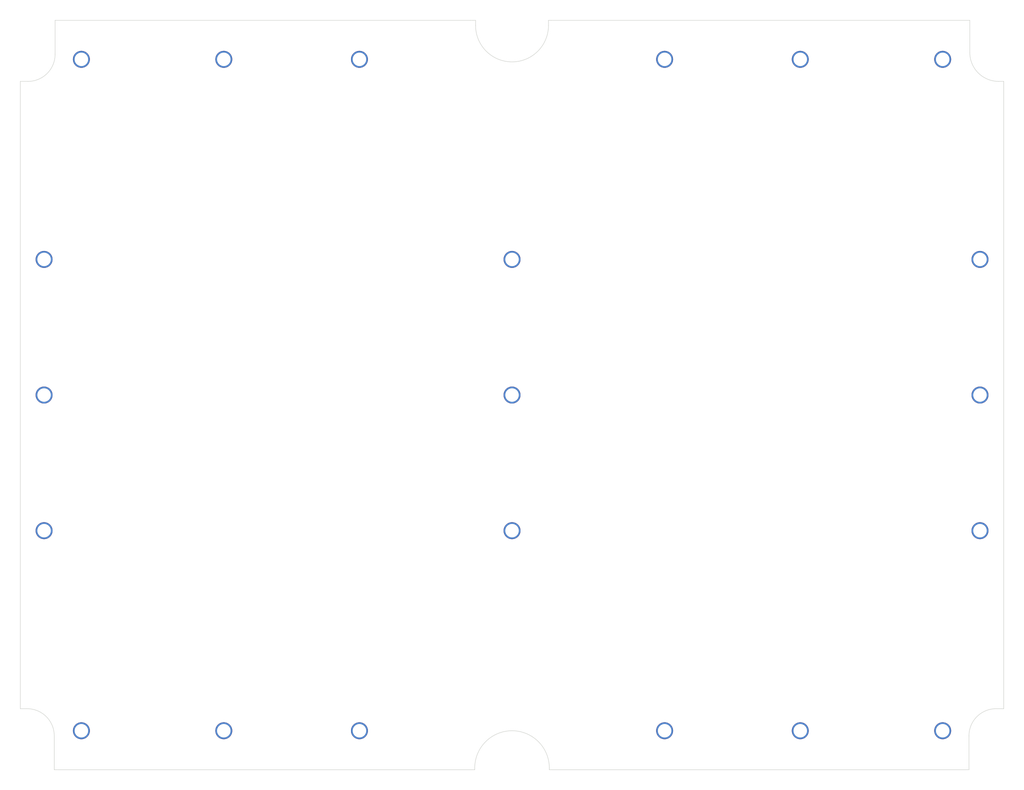
<source format=kicad_pcb>
(kicad_pcb (version 20171130) (host pcbnew 5.0.2+dfsg1-1)

  (general
    (thickness 1.6)
    (drawings 93)
    (tracks 21)
    (zones 0)
    (modules 0)
    (nets 1)
  )

  (page A3)
  (title_block
    (title "Spelsberg 3023 template")
    (rev 1.0)
  )

  (layers
    (0 F.Cu signal)
    (31 B.Cu signal)
    (32 B.Adhes user)
    (33 F.Adhes user)
    (34 B.Paste user)
    (35 F.Paste user)
    (36 B.SilkS user)
    (37 F.SilkS user)
    (38 B.Mask user)
    (39 F.Mask user)
    (40 Dwgs.User user)
    (41 Cmts.User user)
    (42 Eco1.User user)
    (43 Eco2.User user)
    (44 Edge.Cuts user)
    (45 Margin user)
    (46 B.CrtYd user)
    (47 F.CrtYd user)
    (48 B.Fab user)
    (49 F.Fab user)
  )

  (setup
    (last_trace_width 0.25)
    (user_trace_width 0.2)
    (user_trace_width 0.3)
    (user_trace_width 0.4)
    (user_trace_width 0.5)
    (user_trace_width 0.75)
    (user_trace_width 1)
    (user_trace_width 2)
    (user_trace_width 3)
    (trace_clearance 0.2)
    (zone_clearance 0.508)
    (zone_45_only no)
    (trace_min 0.2)
    (segment_width 1)
    (edge_width 0.15)
    (via_size 0.8)
    (via_drill 0.4)
    (via_min_size 0.45)
    (via_min_drill 0.3)
    (user_via 0.45 0.3)
    (user_via 0.6 0.4)
    (user_via 0.75 0.5)
    (user_via 0.9 0.6)
    (user_via 1.2 0.8)
    (user_via 1.5 1)
    (user_via 2.25 1.5)
    (user_via 3 2)
    (uvia_size 0.3)
    (uvia_drill 0.1)
    (uvias_allowed no)
    (uvia_min_size 0.2)
    (uvia_min_drill 0.1)
    (pcb_text_width 0.3)
    (pcb_text_size 1.5 1.5)
    (mod_edge_width 0.15)
    (mod_text_size 1 1)
    (mod_text_width 0.15)
    (pad_size 1.524 1.524)
    (pad_drill 0.762)
    (pad_to_mask_clearance 0.051)
    (solder_mask_min_width 0.25)
    (aux_axis_origin 0 0)
    (visible_elements FFFFFF7F)
    (pcbplotparams
      (layerselection 0x010fc_ffffffff)
      (usegerberextensions false)
      (usegerberattributes false)
      (usegerberadvancedattributes false)
      (creategerberjobfile false)
      (excludeedgelayer true)
      (linewidth 0.100000)
      (plotframeref false)
      (viasonmask false)
      (mode 1)
      (useauxorigin false)
      (hpglpennumber 1)
      (hpglpenspeed 20)
      (hpglpendiameter 15.000000)
      (psnegative false)
      (psa4output false)
      (plotreference true)
      (plotvalue true)
      (plotinvisibletext false)
      (padsonsilk false)
      (subtractmaskfromsilk false)
      (outputformat 1)
      (mirror false)
      (drillshape 1)
      (scaleselection 1)
      (outputdirectory "./"))
  )

  (net 0 "")

  (net_class Default "This is the default net class."
    (clearance 0.2)
    (trace_width 0.25)
    (via_dia 0.8)
    (via_drill 0.4)
    (uvia_dia 0.3)
    (uvia_drill 0.1)
  )

  (gr_line (start 339 39.5) (end 337.5 39.5) (layer Edge.Cuts) (width 0.15))
  (gr_line (start 183.25 21.5) (end 183.25 23) (layer Edge.Cuts) (width 0.15))
  (gr_line (start 204.75 21.5) (end 204.75 23) (layer Edge.Cuts) (width 0.15))
  (gr_line (start 182.5 21.5) (end 183.25 21.5) (layer Edge.Cuts) (width 0.15))
  (gr_line (start 205.5 21.5) (end 204.75 21.5) (layer Edge.Cuts) (width 0.15))
  (gr_line (start 182.5 21.5) (end 181.75 21.5) (layer Edge.Cuts) (width 0.15))
  (gr_line (start 51 224.5) (end 49 224.5) (layer Edge.Cuts) (width 0.15))
  (gr_line (start 60 242.5) (end 59 242.5) (layer Edge.Cuts) (width 0.15))
  (gr_line (start 183 242.5) (end 183 242) (layer Edge.Cuts) (width 0.15))
  (gr_line (start 205 242.5) (end 205 242) (layer Edge.Cuts) (width 0.15))
  (gr_line (start 205.75 242.5) (end 205 242.5) (layer Edge.Cuts) (width 0.15))
  (gr_line (start 340 248) (end 341.5 248) (layer Dwgs.User) (width 1))
  (gr_line (start 341.5 37) (end 337.75 37) (layer Dwgs.User) (width 1))
  (gr_line (start 341.5 16) (end 340 16) (layer Dwgs.User) (width 1))
  (gr_line (start 58 19) (end 56.5 19) (layer Dwgs.User) (width 1))
  (gr_line (start 58.5 245) (end 56.5 245) (layer Dwgs.User) (width 1))
  (gr_line (start 50.25 227) (end 46.5 227) (layer Dwgs.User) (width 1))
  (gr_line (start 203.25 245) (end 204 245) (layer Dwgs.User) (width 1))
  (gr_line (start 184 245) (end 184.5 245) (layer Dwgs.User) (width 1))
  (gr_line (start 185.75 241.75) (end 185.75 244) (layer Dwgs.User) (width 1))
  (gr_line (start 202.25 244) (end 202.25 241.75) (layer Dwgs.User) (width 1))
  (gr_line (start 339 224.5) (end 336.75 224.5) (layer Edge.Cuts) (width 0.15))
  (gr_line (start 51.25 39.5) (end 49 39.5) (layer Edge.Cuts) (width 0.15))
  (gr_line (start 204 19) (end 202.25 19) (layer Dwgs.User) (width 1))
  (gr_line (start 185.75 19) (end 184 19) (layer Dwgs.User) (width 1))
  (gr_line (start 185.75 23.25) (end 185.75 19) (layer Dwgs.User) (width 1))
  (gr_line (start 202.25 23) (end 202.25 19) (layer Dwgs.User) (width 1))
  (gr_line (start 46.5 37) (end 50.25 37) (layer Dwgs.User) (width 1))
  (gr_arc (start 194 23) (end 183.25 23) (angle -180) (layer Edge.Cuts) (width 0.15))
  (gr_line (start 60 242.5) (end 183 242.5) (layer Edge.Cuts) (width 0.15))
  (gr_line (start 59 232.5) (end 59 242.5) (layer Edge.Cuts) (width 0.15))
  (gr_line (start 49 39.5) (end 49 224.5) (layer Edge.Cuts) (width 0.15))
  (gr_line (start 59.25 21.5) (end 59.25 31.5) (layer Edge.Cuts) (width 0.15))
  (gr_line (start 181.75 21.5) (end 59.25 21.5) (layer Edge.Cuts) (width 0.15))
  (gr_line (start 329 21.5) (end 205.5 21.5) (layer Edge.Cuts) (width 0.15))
  (gr_line (start 329 31) (end 329 21.5) (layer Edge.Cuts) (width 0.15))
  (gr_line (start 339 224.5) (end 339 39.5) (layer Edge.Cuts) (width 0.15))
  (gr_line (start 328.75 242.5) (end 328.75 232.5) (layer Edge.Cuts) (width 0.15))
  (gr_line (start 205.75 242.5) (end 328.75 242.5) (layer Edge.Cuts) (width 0.15))
  (gr_arc (start 336.75 232.5) (end 336.75 224.5) (angle -90) (layer Edge.Cuts) (width 0.15))
  (gr_line (start 341.5 37) (end 341.5 38) (layer Dwgs.User) (width 1))
  (gr_arc (start 337.5 31) (end 329 31) (angle -90) (layer Edge.Cuts) (width 0.15))
  (gr_arc (start 51.25 31.5) (end 51.25 39.5) (angle -90) (layer Edge.Cuts) (width 0.15))
  (gr_arc (start 51 232.5) (end 59 232.5) (angle -90) (layer Edge.Cuts) (width 0.15))
  (gr_arc (start 194 242) (end 205 242) (angle -180) (layer Edge.Cuts) (width 0.15))
  (gr_line (start 46.5 227) (end 46.5 37) (layer Dwgs.User) (width 1))
  (gr_line (start 184 245) (end 58.5 245) (layer Dwgs.User) (width 1))
  (gr_line (start 331.5 245) (end 204 245) (layer Dwgs.User) (width 1))
  (gr_line (start 341.5 38) (end 341.5 227) (layer Dwgs.User) (width 1))
  (gr_line (start 204 19) (end 331.5 19) (layer Dwgs.User) (width 1))
  (gr_line (start 58 19) (end 184 19) (layer Dwgs.User) (width 1))
  (gr_line (start 56.5 31) (end 56.5 19) (layer Dwgs.User) (width 1) (tstamp 5C739CDB))
  (gr_arc (start 50.5 31) (end 50.5 37) (angle -90) (layer Dwgs.User) (width 1) (tstamp 5C739CD9))
  (gr_arc (start 337.5 31) (end 337.5 37) (angle 90) (layer Dwgs.User) (width 1) (tstamp 5C739CCE))
  (gr_line (start 331.5 31) (end 331.5 19) (layer Dwgs.User) (width 1) (tstamp 5C739CCC))
  (gr_arc (start 337.5 233) (end 337.5 227) (angle -90) (layer Dwgs.User) (width 1) (tstamp 5C739CA7))
  (gr_line (start 331.5 233) (end 331.5 245) (layer Dwgs.User) (width 1) (tstamp 5C739CA5))
  (gr_line (start 341.5 227) (end 337.5 227) (layer Dwgs.User) (width 1) (tstamp 5C739CA4))
  (gr_line (start 56.5 233) (end 56.5 245) (layer Dwgs.User) (width 1))
  (gr_arc (start 184.75 244) (end 184.75 245) (angle -90) (layer Dwgs.User) (width 1) (tstamp 5C739C6A))
  (gr_arc (start 194 241.75) (end 202.25 241.75) (angle -180) (layer Dwgs.User) (width 1) (tstamp 5C739C68))
  (gr_arc (start 203.25 244) (end 202.25 244) (angle -90) (layer Dwgs.User) (width 1) (tstamp 5C739C67))
  (gr_arc (start 194 23) (end 185.75 23) (angle -180) (layer Dwgs.User) (width 1) (tstamp 5C5368C7))
  (gr_arc (start 50.5 233) (end 50.5 227) (angle 90) (layer Dwgs.User) (width 1) (tstamp 5C739C13))
  (gr_circle (center 109 33) (end 113.15 33) (layer Dwgs.User) (width 1) (tstamp 5C739B6B))
  (gr_circle (center 279 33) (end 283.15 33) (layer Dwgs.User) (width 1) (tstamp 5C739B69))
  (gr_circle (center 279 231) (end 283.15 231) (layer Dwgs.User) (width 1) (tstamp 5C739B67))
  (gr_circle (center 109 231) (end 113.15 231) (layer Dwgs.User) (width 1) (tstamp 5C739B65))
  (gr_circle (center 149 231) (end 153.15 231) (layer Dwgs.User) (width 1) (tstamp 5C739B63))
  (gr_circle (center 239 231) (end 243.15 231) (layer Dwgs.User) (width 1) (tstamp 5C739B61))
  (gr_circle (center 239 33) (end 243.15 33) (layer Dwgs.User) (width 1) (tstamp 5C739B5F))
  (gr_circle (center 149 33) (end 153.15 33) (layer Dwgs.User) (width 1) (tstamp 5C739B5D))
  (gr_circle (center 67 33) (end 71.15 33) (layer Dwgs.User) (width 1) (tstamp 5C739B5B))
  (gr_circle (center 67 231) (end 71.15 231) (layer Dwgs.User) (width 1) (tstamp 5C739B59))
  (gr_circle (center 321 33) (end 325.15 33) (layer Dwgs.User) (width 1) (tstamp 5C739B52))
  (gr_circle (center 321 231) (end 325.15 231) (layer Dwgs.User) (width 1) (tstamp 5C739B4B))
  (gr_circle (center 332 132) (end 336.15 132) (layer Dwgs.User) (width 1) (tstamp 5C739B49))
  (gr_circle (center 332 92) (end 336.15 92) (layer Dwgs.User) (width 1) (tstamp 5C739B47))
  (gr_circle (center 56 92) (end 60.15 92) (layer Dwgs.User) (width 1) (tstamp 5C739B45))
  (gr_circle (center 56 132) (end 60.15 132) (layer Dwgs.User) (width 1) (tstamp 5C739B43))
  (gr_circle (center 56 172) (end 60.15 172) (layer Dwgs.User) (width 1) (tstamp 5C739B41))
  (gr_circle (center 332 172) (end 336.15 172) (layer Dwgs.User) (width 1) (tstamp 5C739B3F))
  (gr_circle (center 194 172) (end 198.15 172) (layer Dwgs.User) (width 1) (tstamp 5C739B3D))
  (gr_circle (center 194 92) (end 198.15 92) (layer Dwgs.User) (width 1) (tstamp 5C739B3A))
  (gr_circle (center 194 132) (end 198.15 132) (layer Dwgs.User) (width 1))
  (gr_arc (start 341.5 19) (end 344.5 19) (angle -90) (layer Dwgs.User) (width 1))
  (gr_arc (start 341.5 245) (end 341.5 248) (angle -90) (layer Dwgs.User) (width 1))
  (gr_arc (start 46.5 245) (end 43.5 245) (angle -90) (layer Dwgs.User) (width 1))
  (gr_arc (start 46.5 19) (end 46.5 16) (angle -90) (layer Dwgs.User) (width 1))
  (gr_line (start 340 248) (end 46.5 248) (layer Dwgs.User) (width 1))
  (gr_line (start 344.5 19) (end 344.5 245) (layer Dwgs.User) (width 1))
  (gr_line (start 46.5 16) (end 340 16) (layer Dwgs.User) (width 1))
  (gr_line (start 43.5 245) (end 43.5 19) (layer Dwgs.User) (width 1))

  (via (at 332 172) (size 5) (drill 4) (layers F.Cu B.Cu) (net 0) (tstamp 5C739B70))
  (via (at 332 132) (size 5) (drill 4) (layers F.Cu B.Cu) (net 0) (tstamp 5C739B72))
  (via (at 332 92) (size 5) (drill 4) (layers F.Cu B.Cu) (net 0) (tstamp 5C739B74))
  (via (at 321 33) (size 5) (drill 4) (layers F.Cu B.Cu) (net 0) (tstamp 5C739B76))
  (via (at 279 33) (size 5) (drill 4) (layers F.Cu B.Cu) (net 0) (tstamp 5C739B78))
  (via (at 239 33) (size 5) (drill 4) (layers F.Cu B.Cu) (net 0) (tstamp 5C739B7A))
  (via (at 194 92) (size 5) (drill 4) (layers F.Cu B.Cu) (net 0) (tstamp 5C739B7C))
  (via (at 194 132) (size 5) (drill 4) (layers F.Cu B.Cu) (net 0) (tstamp 5C739B7E))
  (via (at 194 172) (size 5) (drill 4) (layers F.Cu B.Cu) (net 0) (tstamp 5C739B80))
  (via (at 239 231) (size 5) (drill 4) (layers F.Cu B.Cu) (net 0) (tstamp 5C739B82))
  (via (at 279 231) (size 5) (drill 4) (layers F.Cu B.Cu) (net 0) (tstamp 5C739B84))
  (via (at 321 231) (size 5) (drill 4) (layers F.Cu B.Cu) (net 0) (tstamp 5C739B86))
  (via (at 149 231) (size 5) (drill 4) (layers F.Cu B.Cu) (net 0) (tstamp 5C739B88))
  (via (at 109 231) (size 5) (drill 4) (layers F.Cu B.Cu) (net 0) (tstamp 5C739B8A))
  (via (at 67 231) (size 5) (drill 4) (layers F.Cu B.Cu) (net 0) (tstamp 5C739B8C))
  (via (at 56 172) (size 5) (drill 4) (layers F.Cu B.Cu) (net 0) (tstamp 5C739B8E))
  (via (at 56 132) (size 5) (drill 4) (layers F.Cu B.Cu) (net 0) (tstamp 5C739B90))
  (via (at 56 92) (size 5) (drill 4) (layers F.Cu B.Cu) (net 0) (tstamp 5C739B92))
  (via (at 67 33) (size 5) (drill 4) (layers F.Cu B.Cu) (net 0) (tstamp 5C739B94))
  (via (at 109 33) (size 5) (drill 4) (layers F.Cu B.Cu) (net 0) (tstamp 5C739B96))
  (via (at 149 33) (size 5) (drill 4) (layers F.Cu B.Cu) (net 0) (tstamp 5C739B98))

)

</source>
